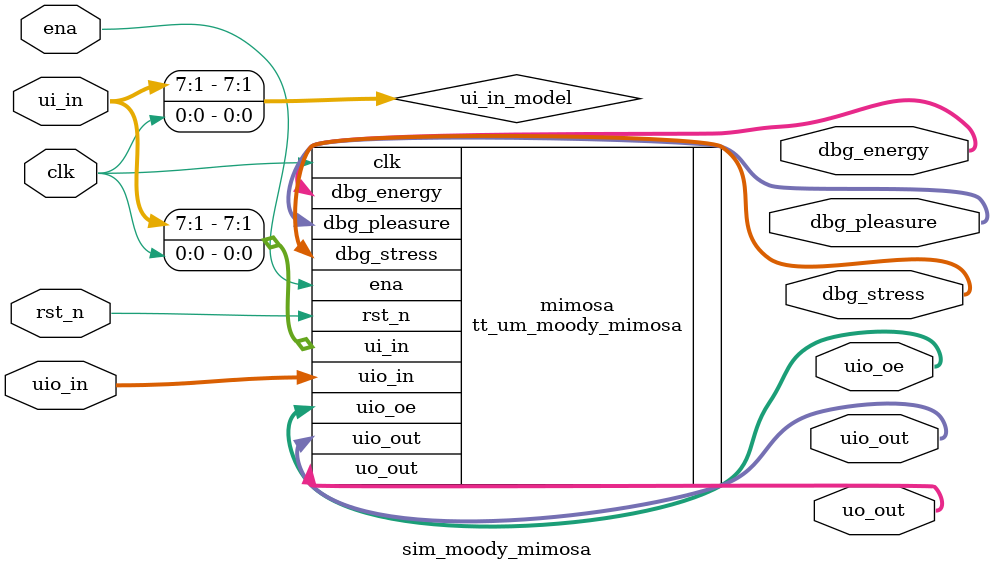
<source format=v>
module sim_moody_mimosa (
    input  wire [7:0] ui_in,
    output wire [7:0] uo_out,
    input  wire [7:0] uio_in,
    output wire [7:0] uio_out,
    output wire [7:0] uio_oe,
    input  wire       ena,
    input  wire       clk,
    input  wire       rst_n,
    output wire [6:0] dbg_energy,
    output wire [6:0] dbg_stress,
    output wire [6:0] dbg_pleasure
);

    wire [7:0] ui_in_model;
    wire clk_prescaled;

    // // Create model clock, 100 MHz prescaled by 2**24 (6 Hz)
    // static_clock_divider #(.N(2)) model_clk_divider (
    //     .clk(clk),                  
    //     .rst_n(rst_n),                
    //     .clk_out(clk_prescaled)     
    // );

    assign ui_in_model = { ui_in[7:1], clk};

    // Instantiate the actual moody mimosa module
    tt_um_moody_mimosa mimosa (
        .ui_in(ui_in_model),              
        .uo_out(uo_out),         
        .uio_in(uio_in),
        .uio_out(uio_out),
        .uio_oe(uio_oe),
        .ena(ena),
        .clk(clk),
        .rst_n(rst_n),
        .dbg_energy(dbg_energy),
        .dbg_stress(dbg_stress),
        .dbg_pleasure(dbg_pleasure)
    );

endmodule
</source>
